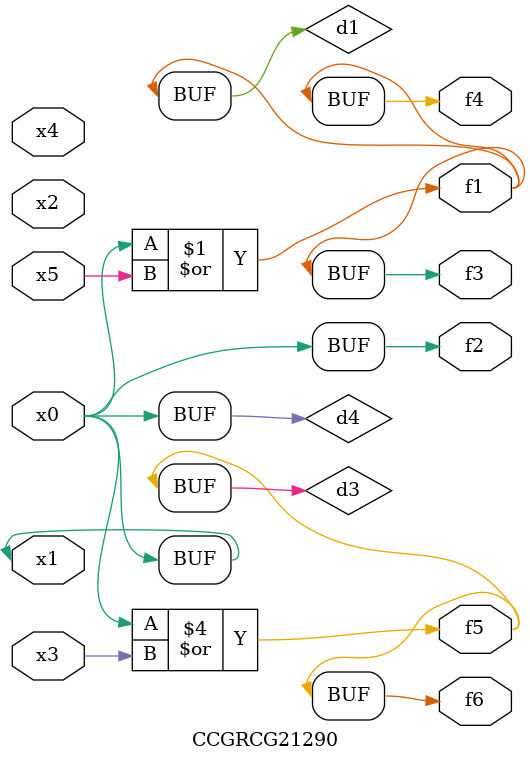
<source format=v>
module CCGRCG21290(
	input x0, x1, x2, x3, x4, x5,
	output f1, f2, f3, f4, f5, f6
);

	wire d1, d2, d3, d4;

	or (d1, x0, x5);
	xnor (d2, x1, x4);
	or (d3, x0, x3);
	buf (d4, x0, x1);
	assign f1 = d1;
	assign f2 = d4;
	assign f3 = d1;
	assign f4 = d1;
	assign f5 = d3;
	assign f6 = d3;
endmodule

</source>
